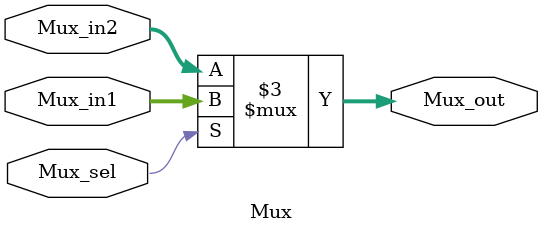
<source format=v>
module Mux(
input Mux_sel,
input [31:0]Mux_in1,
input [31:0]Mux_in2,
output reg[31:0]Mux_out
);

always@(*)begin
	if(Mux_sel) begin     //Mux_sel==1:選Mux_in1
		Mux_out=Mux_in1;
	end
	else begin            //Mux_sel==0:選Mux_in2
		Mux_out=Mux_in2;
	end
end

endmodule
</source>
